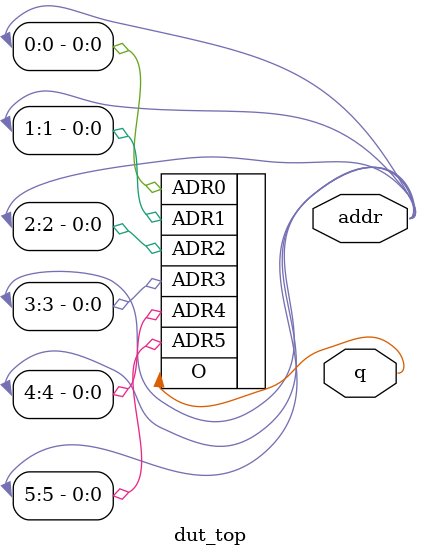
<source format=v>


module dut_top (
  addr, q
);
  output q;
  output [5 : 0] addr;

  X_LUT6 #(
    .LOC ( "SLICE_X4Y4" ),
    .INIT ( 64'hFFF000ff00f0ccaa ))
  \gray_inst/count<3>_rt  (
    .ADR0(addr[0]),
    .ADR1(addr[1]),
    .ADR2(addr[2]),
    .ADR3(addr[3]),
    .ADR4(addr[4]),
    .ADR5(addr[5]),
    .O(q)
  );
endmodule



</source>
